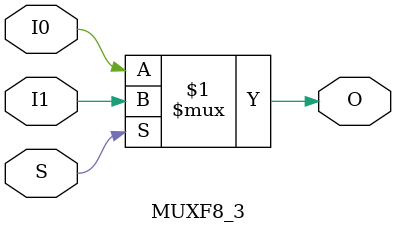
<source format=v>
module MUXF8_3(output O, input I0, I1, S);
  assign O = S ? I1 : I0;
endmodule
</source>
